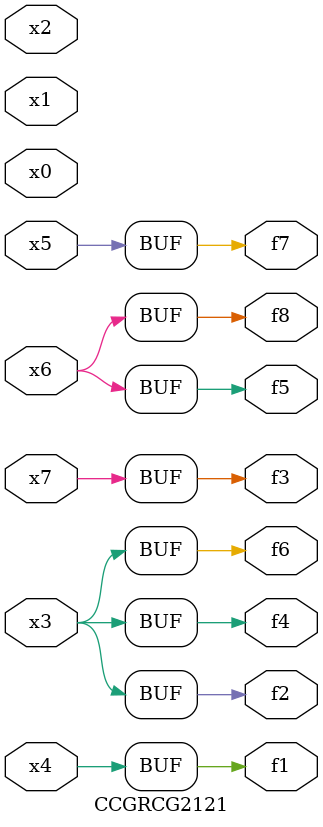
<source format=v>
module CCGRCG2121(
	input x0, x1, x2, x3, x4, x5, x6, x7,
	output f1, f2, f3, f4, f5, f6, f7, f8
);
	assign f1 = x4;
	assign f2 = x3;
	assign f3 = x7;
	assign f4 = x3;
	assign f5 = x6;
	assign f6 = x3;
	assign f7 = x5;
	assign f8 = x6;
endmodule

</source>
